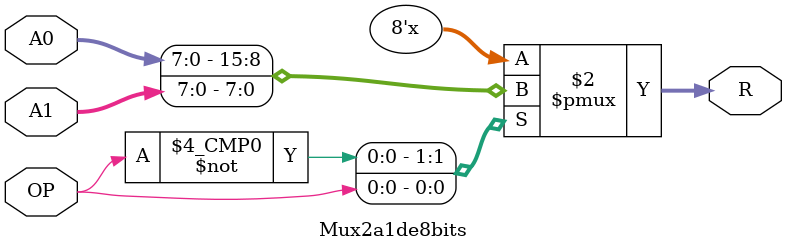
<source format=v>
`timescale 1ns / 1ps

module Mux2a1de8bits(A0,A1,OP,R);
	input [7:0] A0,A1;
	input OP;
	output reg [7:0] R;
	
	always @(A0 or A1 or OP)
		case (OP)
			1'b0: R=A0;
			1'b1: R=A1;
		endcase

endmodule

</source>
